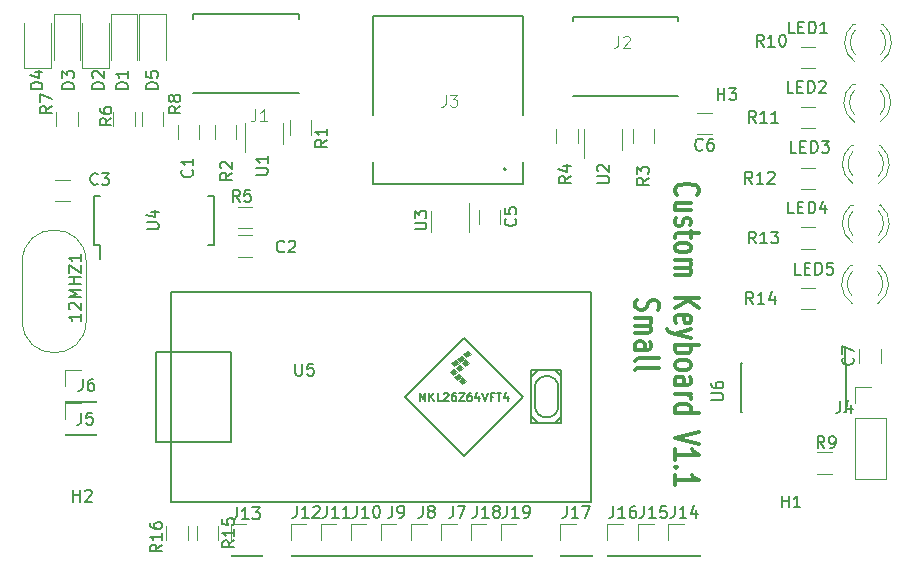
<source format=gto>
G04 #@! TF.GenerationSoftware,KiCad,Pcbnew,(5.1.6)-1*
G04 #@! TF.CreationDate,2021-03-14T20:17:39+01:00*
G04 #@! TF.ProjectId,ErgoDOX,4572676f-444f-4582-9e6b-696361645f70,rev?*
G04 #@! TF.SameCoordinates,Original*
G04 #@! TF.FileFunction,Legend,Top*
G04 #@! TF.FilePolarity,Positive*
%FSLAX46Y46*%
G04 Gerber Fmt 4.6, Leading zero omitted, Abs format (unit mm)*
G04 Created by KiCad (PCBNEW (5.1.6)-1) date 2021-03-14 20:17:39*
%MOMM*%
%LPD*%
G01*
G04 APERTURE LIST*
%ADD10C,0.304800*%
%ADD11C,0.120000*%
%ADD12C,0.150000*%
%ADD13C,0.100000*%
%ADD14C,0.200000*%
%ADD15C,0.015000*%
G04 APERTURE END LIST*
D10*
X115809485Y-45778057D02*
X115712723Y-45705485D01*
X115615961Y-45487771D01*
X115615961Y-45342628D01*
X115712723Y-45124914D01*
X115906247Y-44979771D01*
X116099771Y-44907200D01*
X116486819Y-44834628D01*
X116777104Y-44834628D01*
X117164152Y-44907200D01*
X117357676Y-44979771D01*
X117551200Y-45124914D01*
X117647961Y-45342628D01*
X117647961Y-45487771D01*
X117551200Y-45705485D01*
X117454438Y-45778057D01*
X116970628Y-47084342D02*
X115615961Y-47084342D01*
X116970628Y-46431200D02*
X115906247Y-46431200D01*
X115712723Y-46503771D01*
X115615961Y-46648914D01*
X115615961Y-46866628D01*
X115712723Y-47011771D01*
X115809485Y-47084342D01*
X115712723Y-47737485D02*
X115615961Y-47882628D01*
X115615961Y-48172914D01*
X115712723Y-48318057D01*
X115906247Y-48390628D01*
X116003009Y-48390628D01*
X116196533Y-48318057D01*
X116293295Y-48172914D01*
X116293295Y-47955200D01*
X116390057Y-47810057D01*
X116583580Y-47737485D01*
X116680342Y-47737485D01*
X116873866Y-47810057D01*
X116970628Y-47955200D01*
X116970628Y-48172914D01*
X116873866Y-48318057D01*
X116970628Y-48826057D02*
X116970628Y-49406628D01*
X117647961Y-49043771D02*
X115906247Y-49043771D01*
X115712723Y-49116342D01*
X115615961Y-49261485D01*
X115615961Y-49406628D01*
X115615961Y-50132342D02*
X115712723Y-49987200D01*
X115809485Y-49914628D01*
X116003009Y-49842057D01*
X116583580Y-49842057D01*
X116777104Y-49914628D01*
X116873866Y-49987200D01*
X116970628Y-50132342D01*
X116970628Y-50350057D01*
X116873866Y-50495200D01*
X116777104Y-50567771D01*
X116583580Y-50640342D01*
X116003009Y-50640342D01*
X115809485Y-50567771D01*
X115712723Y-50495200D01*
X115615961Y-50350057D01*
X115615961Y-50132342D01*
X115615961Y-51293485D02*
X116970628Y-51293485D01*
X116777104Y-51293485D02*
X116873866Y-51366057D01*
X116970628Y-51511200D01*
X116970628Y-51728914D01*
X116873866Y-51874057D01*
X116680342Y-51946628D01*
X115615961Y-51946628D01*
X116680342Y-51946628D02*
X116873866Y-52019200D01*
X116970628Y-52164342D01*
X116970628Y-52382057D01*
X116873866Y-52527200D01*
X116680342Y-52599771D01*
X115615961Y-52599771D01*
X115615961Y-54486628D02*
X117647961Y-54486628D01*
X115615961Y-55357485D02*
X116777104Y-54704342D01*
X117647961Y-55357485D02*
X116486819Y-54486628D01*
X115712723Y-56591200D02*
X115615961Y-56446057D01*
X115615961Y-56155771D01*
X115712723Y-56010628D01*
X115906247Y-55938057D01*
X116680342Y-55938057D01*
X116873866Y-56010628D01*
X116970628Y-56155771D01*
X116970628Y-56446057D01*
X116873866Y-56591200D01*
X116680342Y-56663771D01*
X116486819Y-56663771D01*
X116293295Y-55938057D01*
X116970628Y-57171771D02*
X115615961Y-57534628D01*
X116970628Y-57897485D02*
X115615961Y-57534628D01*
X115132152Y-57389485D01*
X115035390Y-57316914D01*
X114938628Y-57171771D01*
X115615961Y-58478057D02*
X117647961Y-58478057D01*
X116873866Y-58478057D02*
X116970628Y-58623200D01*
X116970628Y-58913485D01*
X116873866Y-59058628D01*
X116777104Y-59131200D01*
X116583580Y-59203771D01*
X116003009Y-59203771D01*
X115809485Y-59131200D01*
X115712723Y-59058628D01*
X115615961Y-58913485D01*
X115615961Y-58623200D01*
X115712723Y-58478057D01*
X115615961Y-60074628D02*
X115712723Y-59929485D01*
X115809485Y-59856914D01*
X116003009Y-59784342D01*
X116583580Y-59784342D01*
X116777104Y-59856914D01*
X116873866Y-59929485D01*
X116970628Y-60074628D01*
X116970628Y-60292342D01*
X116873866Y-60437485D01*
X116777104Y-60510057D01*
X116583580Y-60582628D01*
X116003009Y-60582628D01*
X115809485Y-60510057D01*
X115712723Y-60437485D01*
X115615961Y-60292342D01*
X115615961Y-60074628D01*
X115615961Y-61888914D02*
X116680342Y-61888914D01*
X116873866Y-61816342D01*
X116970628Y-61671200D01*
X116970628Y-61380914D01*
X116873866Y-61235771D01*
X115712723Y-61888914D02*
X115615961Y-61743771D01*
X115615961Y-61380914D01*
X115712723Y-61235771D01*
X115906247Y-61163200D01*
X116099771Y-61163200D01*
X116293295Y-61235771D01*
X116390057Y-61380914D01*
X116390057Y-61743771D01*
X116486819Y-61888914D01*
X115615961Y-62614628D02*
X116970628Y-62614628D01*
X116583580Y-62614628D02*
X116777104Y-62687200D01*
X116873866Y-62759771D01*
X116970628Y-62904914D01*
X116970628Y-63050057D01*
X115615961Y-64211200D02*
X117647961Y-64211200D01*
X115712723Y-64211200D02*
X115615961Y-64066057D01*
X115615961Y-63775771D01*
X115712723Y-63630628D01*
X115809485Y-63558057D01*
X116003009Y-63485485D01*
X116583580Y-63485485D01*
X116777104Y-63558057D01*
X116873866Y-63630628D01*
X116970628Y-63775771D01*
X116970628Y-64066057D01*
X116873866Y-64211200D01*
X117647961Y-65880342D02*
X115615961Y-66388342D01*
X117647961Y-66896342D01*
X115615961Y-68202628D02*
X115615961Y-67331771D01*
X115615961Y-67767200D02*
X117647961Y-67767200D01*
X117357676Y-67622057D01*
X117164152Y-67476914D01*
X117067390Y-67331771D01*
X115809485Y-68855771D02*
X115712723Y-68928342D01*
X115615961Y-68855771D01*
X115712723Y-68783200D01*
X115809485Y-68855771D01*
X115615961Y-68855771D01*
X115615961Y-70379771D02*
X115615961Y-69508914D01*
X115615961Y-69944342D02*
X117647961Y-69944342D01*
X117357676Y-69799200D01*
X117164152Y-69654057D01*
X117067390Y-69508914D01*
X112359923Y-54668057D02*
X112263161Y-54885771D01*
X112263161Y-55248628D01*
X112359923Y-55393771D01*
X112456685Y-55466342D01*
X112650209Y-55538914D01*
X112843733Y-55538914D01*
X113037257Y-55466342D01*
X113134019Y-55393771D01*
X113230780Y-55248628D01*
X113327542Y-54958342D01*
X113424304Y-54813200D01*
X113521066Y-54740628D01*
X113714590Y-54668057D01*
X113908114Y-54668057D01*
X114101638Y-54740628D01*
X114198400Y-54813200D01*
X114295161Y-54958342D01*
X114295161Y-55321200D01*
X114198400Y-55538914D01*
X112263161Y-56192057D02*
X113617828Y-56192057D01*
X113424304Y-56192057D02*
X113521066Y-56264628D01*
X113617828Y-56409771D01*
X113617828Y-56627485D01*
X113521066Y-56772628D01*
X113327542Y-56845200D01*
X112263161Y-56845200D01*
X113327542Y-56845200D02*
X113521066Y-56917771D01*
X113617828Y-57062914D01*
X113617828Y-57280628D01*
X113521066Y-57425771D01*
X113327542Y-57498342D01*
X112263161Y-57498342D01*
X112263161Y-58877200D02*
X113327542Y-58877200D01*
X113521066Y-58804628D01*
X113617828Y-58659485D01*
X113617828Y-58369200D01*
X113521066Y-58224057D01*
X112359923Y-58877200D02*
X112263161Y-58732057D01*
X112263161Y-58369200D01*
X112359923Y-58224057D01*
X112553447Y-58151485D01*
X112746971Y-58151485D01*
X112940495Y-58224057D01*
X113037257Y-58369200D01*
X113037257Y-58732057D01*
X113134019Y-58877200D01*
X112263161Y-59820628D02*
X112359923Y-59675485D01*
X112553447Y-59602914D01*
X114295161Y-59602914D01*
X112263161Y-60618914D02*
X112359923Y-60473771D01*
X112553447Y-60401200D01*
X114295161Y-60401200D01*
D11*
X72520280Y-73817525D02*
X72520280Y-75021653D01*
X74340280Y-73817525D02*
X74340280Y-75021653D01*
X75111080Y-73795125D02*
X75111080Y-74999253D01*
X76931080Y-73795125D02*
X76931080Y-74999253D01*
X98130000Y-48906000D02*
X98130000Y-46456000D01*
X94910000Y-47106000D02*
X94910000Y-48906000D01*
X73512000Y-41051564D02*
X73512000Y-39847436D01*
X75332000Y-41051564D02*
X75332000Y-39847436D01*
D12*
X66902175Y-50058866D02*
X66902175Y-51183866D01*
X76582175Y-50058866D02*
X76582175Y-45908866D01*
X66422175Y-50058866D02*
X66422175Y-45908866D01*
X76582175Y-50058866D02*
X76102175Y-50058866D01*
X76582175Y-45908866D02*
X76102175Y-45908866D01*
X66422175Y-45908866D02*
X66902175Y-45908866D01*
X66422175Y-50058866D02*
X66902175Y-50058866D01*
D11*
X63948000Y-60646000D02*
X65278000Y-60646000D01*
X63948000Y-61976000D02*
X63948000Y-60646000D01*
X63948000Y-63246000D02*
X66608000Y-63246000D01*
X66608000Y-63246000D02*
X66608000Y-63306000D01*
X63948000Y-63246000D02*
X63948000Y-63306000D01*
X63948000Y-63306000D02*
X66608000Y-63306000D01*
D13*
G36*
X97817500Y-60286000D02*
G01*
X97563500Y-60032000D01*
X97944500Y-59778000D01*
X98198500Y-60032000D01*
X97817500Y-60286000D01*
G37*
X97817500Y-60286000D02*
X97563500Y-60032000D01*
X97944500Y-59778000D01*
X98198500Y-60032000D01*
X97817500Y-60286000D01*
G36*
X96801500Y-61048000D02*
G01*
X96547500Y-60794000D01*
X96928500Y-60540000D01*
X97182500Y-60794000D01*
X96801500Y-61048000D01*
G37*
X96801500Y-61048000D02*
X96547500Y-60794000D01*
X96928500Y-60540000D01*
X97182500Y-60794000D01*
X96801500Y-61048000D01*
G36*
X97563500Y-61810000D02*
G01*
X97309500Y-61556000D01*
X97690500Y-61302000D01*
X97944500Y-61556000D01*
X97563500Y-61810000D01*
G37*
X97563500Y-61810000D02*
X97309500Y-61556000D01*
X97690500Y-61302000D01*
X97944500Y-61556000D01*
X97563500Y-61810000D01*
G36*
X97436500Y-59905000D02*
G01*
X97182500Y-59651000D01*
X97563500Y-59397000D01*
X97817500Y-59651000D01*
X97436500Y-59905000D01*
G37*
X97436500Y-59905000D02*
X97182500Y-59651000D01*
X97563500Y-59397000D01*
X97817500Y-59651000D01*
X97436500Y-59905000D01*
G36*
X97182500Y-61429000D02*
G01*
X96928500Y-61175000D01*
X97309500Y-60921000D01*
X97563500Y-61175000D01*
X97182500Y-61429000D01*
G37*
X97182500Y-61429000D02*
X96928500Y-61175000D01*
X97309500Y-60921000D01*
X97563500Y-61175000D01*
X97182500Y-61429000D01*
G36*
X97944500Y-59524000D02*
G01*
X97690500Y-59270000D01*
X98071500Y-59016000D01*
X98325500Y-59270000D01*
X97944500Y-59524000D01*
G37*
X97944500Y-59524000D02*
X97690500Y-59270000D01*
X98071500Y-59016000D01*
X98325500Y-59270000D01*
X97944500Y-59524000D01*
G36*
X97309500Y-60667000D02*
G01*
X97055500Y-60413000D01*
X97436500Y-60159000D01*
X97690500Y-60413000D01*
X97309500Y-60667000D01*
G37*
X97309500Y-60667000D02*
X97055500Y-60413000D01*
X97436500Y-60159000D01*
X97690500Y-60413000D01*
X97309500Y-60667000D01*
G36*
X96928500Y-60286000D02*
G01*
X96674500Y-60032000D01*
X97055500Y-59778000D01*
X97309500Y-60032000D01*
X96928500Y-60286000D01*
G37*
X96928500Y-60286000D02*
X96674500Y-60032000D01*
X97055500Y-59778000D01*
X97309500Y-60032000D01*
X96928500Y-60286000D01*
D12*
X72961500Y-71755000D02*
X72961500Y-53975000D01*
X108521500Y-71755000D02*
X72961500Y-71755000D01*
X108521500Y-53975000D02*
X108521500Y-71755000D01*
X72961500Y-53975000D02*
X108521500Y-53975000D01*
X103441500Y-60615000D02*
X105981500Y-60615000D01*
X103441500Y-65115000D02*
X103441500Y-60615000D01*
X105981500Y-65115000D02*
X103441500Y-65115000D01*
X105991500Y-60615000D02*
X105981500Y-65115000D01*
X78041500Y-66675000D02*
X72961500Y-66675000D01*
X78041500Y-59055000D02*
X72961500Y-59055000D01*
X78041500Y-66675000D02*
X78041500Y-59055000D01*
X71691500Y-59055000D02*
X72961500Y-59055000D01*
X71691500Y-66675000D02*
X71691500Y-59055000D01*
X72961500Y-66675000D02*
X71691500Y-66675000D01*
X102741500Y-62865000D02*
X97741500Y-57865000D01*
X97741500Y-57865000D02*
X92741500Y-62865000D01*
X92741500Y-62865000D02*
X97741500Y-67865000D01*
X97741500Y-67865000D02*
X102741500Y-62865000D01*
X103741500Y-62115000D02*
X103741500Y-63615000D01*
X105741500Y-63615000D02*
X105741500Y-62115000D01*
X105991500Y-61115000D02*
X105491500Y-60615000D01*
X105491500Y-60615000D02*
X103991500Y-60615000D01*
X103491500Y-61115000D02*
X103991500Y-60615000D01*
X105991500Y-64615000D02*
X105491500Y-65115000D01*
X103441500Y-65115000D02*
X103991500Y-65115000D01*
X103991500Y-65115000D02*
X103491500Y-64615000D01*
X103741500Y-62115000D02*
G75*
G02*
X105741500Y-62115000I1000000J0D01*
G01*
X105741500Y-63615000D02*
G75*
G02*
X103741500Y-63615000I-1000000J0D01*
G01*
D11*
X64353064Y-44492500D02*
X63148936Y-44492500D01*
X64353064Y-46312500D02*
X63148936Y-46312500D01*
X100795500Y-48230064D02*
X100795500Y-47025936D01*
X98975500Y-48230064D02*
X98975500Y-47025936D01*
X118712064Y-40661000D02*
X117507936Y-40661000D01*
X118712064Y-38841000D02*
X117507936Y-38841000D01*
X133040800Y-59999964D02*
X133040800Y-58795836D01*
X131220800Y-59999964D02*
X131220800Y-58795836D01*
X95825000Y-73663500D02*
X97155000Y-73663500D01*
X95825000Y-74993500D02*
X95825000Y-73663500D01*
X95825000Y-76263500D02*
X98485000Y-76263500D01*
X98485000Y-76263500D02*
X98485000Y-76323500D01*
X95825000Y-76263500D02*
X95825000Y-76323500D01*
X95825000Y-76323500D02*
X98485000Y-76323500D01*
X93259600Y-76323500D02*
X95919600Y-76323500D01*
X93259600Y-76263500D02*
X93259600Y-76323500D01*
X95919600Y-76263500D02*
X95919600Y-76323500D01*
X93259600Y-76263500D02*
X95919600Y-76263500D01*
X93259600Y-74993500D02*
X93259600Y-73663500D01*
X93259600Y-73663500D02*
X94589600Y-73663500D01*
X90681500Y-73663500D02*
X92011500Y-73663500D01*
X90681500Y-74993500D02*
X90681500Y-73663500D01*
X90681500Y-76263500D02*
X93341500Y-76263500D01*
X93341500Y-76263500D02*
X93341500Y-76323500D01*
X90681500Y-76263500D02*
X90681500Y-76323500D01*
X90681500Y-76323500D02*
X93341500Y-76323500D01*
X100841500Y-76323500D02*
X103501500Y-76323500D01*
X100841500Y-76263500D02*
X100841500Y-76323500D01*
X103501500Y-76263500D02*
X103501500Y-76323500D01*
X100841500Y-76263500D02*
X103501500Y-76263500D01*
X100841500Y-74993500D02*
X100841500Y-73663500D01*
X100841500Y-73663500D02*
X102171500Y-73663500D01*
X85601500Y-73663500D02*
X86931500Y-73663500D01*
X85601500Y-74993500D02*
X85601500Y-73663500D01*
X85601500Y-76263500D02*
X88261500Y-76263500D01*
X88261500Y-76263500D02*
X88261500Y-76323500D01*
X85601500Y-76263500D02*
X85601500Y-76323500D01*
X85601500Y-76323500D02*
X88261500Y-76323500D01*
X83061500Y-76330000D02*
X85721500Y-76330000D01*
X83061500Y-76270000D02*
X83061500Y-76330000D01*
X85721500Y-76270000D02*
X85721500Y-76330000D01*
X83061500Y-76270000D02*
X85721500Y-76270000D01*
X83061500Y-75000000D02*
X83061500Y-73670000D01*
X83061500Y-73670000D02*
X84391500Y-73670000D01*
X77981500Y-73670000D02*
X79311500Y-73670000D01*
X77981500Y-75000000D02*
X77981500Y-73670000D01*
X77981500Y-76270000D02*
X80641500Y-76270000D01*
X80641500Y-76270000D02*
X80641500Y-76330000D01*
X77981500Y-76270000D02*
X77981500Y-76330000D01*
X77981500Y-76330000D02*
X80641500Y-76330000D01*
X115052800Y-76330000D02*
X117712800Y-76330000D01*
X115052800Y-76270000D02*
X115052800Y-76330000D01*
X117712800Y-76270000D02*
X117712800Y-76330000D01*
X115052800Y-76270000D02*
X117712800Y-76270000D01*
X115052800Y-75000000D02*
X115052800Y-73670000D01*
X115052800Y-73670000D02*
X116382800Y-73670000D01*
X112462000Y-73670000D02*
X113792000Y-73670000D01*
X112462000Y-75000000D02*
X112462000Y-73670000D01*
X112462000Y-76270000D02*
X115122000Y-76270000D01*
X115122000Y-76270000D02*
X115122000Y-76330000D01*
X112462000Y-76270000D02*
X112462000Y-76330000D01*
X112462000Y-76330000D02*
X115122000Y-76330000D01*
X109871200Y-76330000D02*
X112531200Y-76330000D01*
X109871200Y-76270000D02*
X109871200Y-76330000D01*
X112531200Y-76270000D02*
X112531200Y-76330000D01*
X109871200Y-76270000D02*
X112531200Y-76270000D01*
X109871200Y-75000000D02*
X109871200Y-73670000D01*
X109871200Y-73670000D02*
X111201200Y-73670000D01*
X105908800Y-73670000D02*
X107238800Y-73670000D01*
X105908800Y-75000000D02*
X105908800Y-73670000D01*
X105908800Y-76270000D02*
X108568800Y-76270000D01*
X108568800Y-76270000D02*
X108568800Y-76330000D01*
X105908800Y-76270000D02*
X105908800Y-76330000D01*
X105908800Y-76330000D02*
X108568800Y-76330000D01*
X98301500Y-76323500D02*
X100961500Y-76323500D01*
X98301500Y-76263500D02*
X98301500Y-76323500D01*
X100961500Y-76263500D02*
X100961500Y-76323500D01*
X98301500Y-76263500D02*
X100961500Y-76263500D01*
X98301500Y-74993500D02*
X98301500Y-73663500D01*
X98301500Y-73663500D02*
X99631500Y-73663500D01*
X88141500Y-73663500D02*
X89471500Y-73663500D01*
X88141500Y-74993500D02*
X88141500Y-73663500D01*
X88141500Y-76263500D02*
X90801500Y-76263500D01*
X90801500Y-76263500D02*
X90801500Y-76323500D01*
X88141500Y-76263500D02*
X88141500Y-76323500D01*
X88141500Y-76323500D02*
X90801500Y-76323500D01*
D14*
X115904800Y-37376400D02*
X106954800Y-37376400D01*
X115904800Y-31066400D02*
X115904800Y-30716400D01*
X115904800Y-30716400D02*
X106954800Y-30716400D01*
X106954800Y-30716400D02*
X106954800Y-31066400D01*
D11*
X63948000Y-66100000D02*
X66608000Y-66100000D01*
X63948000Y-66040000D02*
X63948000Y-66100000D01*
X66608000Y-66040000D02*
X66608000Y-66100000D01*
X63948000Y-66040000D02*
X66608000Y-66040000D01*
X63948000Y-64770000D02*
X63948000Y-63440000D01*
X63948000Y-63440000D02*
X65278000Y-63440000D01*
X78582436Y-51011500D02*
X79786564Y-51011500D01*
X78582436Y-49191500D02*
X79786564Y-49191500D01*
X130851600Y-62081100D02*
X132181600Y-62081100D01*
X130851600Y-63411100D02*
X130851600Y-62081100D01*
X130851600Y-64681100D02*
X133511600Y-64681100D01*
X133511600Y-64681100D02*
X133511600Y-69821100D01*
X130851600Y-64681100D02*
X130851600Y-69821100D01*
X130851600Y-69821100D02*
X133511600Y-69821100D01*
X65755500Y-56451500D02*
X65755500Y-51451500D01*
X60355500Y-56451500D02*
X60355500Y-51451500D01*
X65755500Y-56451500D02*
G75*
G02*
X60355500Y-56451500I-2700000J0D01*
G01*
X65755500Y-51451500D02*
G75*
G03*
X60355500Y-51451500I-2700000J0D01*
G01*
X67830541Y-30503094D02*
X67830541Y-34388094D01*
X70100541Y-30503094D02*
X67830541Y-30503094D01*
X70100541Y-34388094D02*
X70100541Y-30503094D01*
X65417541Y-31188094D02*
X65417541Y-35073094D01*
X65417541Y-35073094D02*
X67687541Y-35073094D01*
X67687541Y-35073094D02*
X67687541Y-31188094D01*
X63004541Y-30503094D02*
X63004541Y-34388094D01*
X65274541Y-30503094D02*
X63004541Y-30503094D01*
X65274541Y-34388094D02*
X65274541Y-30503094D01*
X60528041Y-31188094D02*
X60528041Y-35073094D01*
X60528041Y-35073094D02*
X62798041Y-35073094D01*
X62798041Y-35073094D02*
X62798041Y-31188094D01*
X70239000Y-30481000D02*
X70239000Y-34366000D01*
X72509000Y-30481000D02*
X70239000Y-30481000D01*
X72509000Y-34366000D02*
X72509000Y-30481000D01*
X130682500Y-46612737D02*
X130526500Y-46612737D01*
X132998500Y-46612737D02*
X132842500Y-46612737D01*
X132841108Y-49845072D02*
G75*
G03*
X132998016Y-46612737I-1078608J1672335D01*
G01*
X130683892Y-49845072D02*
G75*
G02*
X130526984Y-46612737I1078608J1672335D01*
G01*
X132842337Y-49213867D02*
G75*
G03*
X132842500Y-47131776I-1079837J1041130D01*
G01*
X130682663Y-49213867D02*
G75*
G02*
X130682500Y-47131776I1079837J1041130D01*
G01*
X133189000Y-31309237D02*
X133033000Y-31309237D01*
X130873000Y-31309237D02*
X130717000Y-31309237D01*
X130873163Y-33910367D02*
G75*
G02*
X130873000Y-31828276I1079837J1041130D01*
G01*
X133032837Y-33910367D02*
G75*
G03*
X133033000Y-31828276I-1079837J1041130D01*
G01*
X130874392Y-34541572D02*
G75*
G02*
X130717484Y-31309237I1078608J1672335D01*
G01*
X133031608Y-34541572D02*
G75*
G03*
X133188516Y-31309237I-1078608J1672335D01*
G01*
X130682500Y-41596237D02*
X130526500Y-41596237D01*
X132998500Y-41596237D02*
X132842500Y-41596237D01*
X132841108Y-44828572D02*
G75*
G03*
X132998016Y-41596237I-1078608J1672335D01*
G01*
X130683892Y-44828572D02*
G75*
G02*
X130526984Y-41596237I1078608J1672335D01*
G01*
X132842337Y-44197367D02*
G75*
G03*
X132842500Y-42115276I-1079837J1041130D01*
G01*
X130682663Y-44197367D02*
G75*
G02*
X130682500Y-42115276I1079837J1041130D01*
G01*
X132935000Y-51756237D02*
X132779000Y-51756237D01*
X130619000Y-51756237D02*
X130463000Y-51756237D01*
X130619163Y-54357367D02*
G75*
G02*
X130619000Y-52275276I1079837J1041130D01*
G01*
X132778837Y-54357367D02*
G75*
G03*
X132779000Y-52275276I-1079837J1041130D01*
G01*
X130620392Y-54988572D02*
G75*
G02*
X130463484Y-51756237I1078608J1672335D01*
G01*
X132777608Y-54988572D02*
G75*
G03*
X132934516Y-51756237I-1078608J1672335D01*
G01*
X130809500Y-36389237D02*
X130653500Y-36389237D01*
X133125500Y-36389237D02*
X132969500Y-36389237D01*
X132968108Y-39621572D02*
G75*
G03*
X133125016Y-36389237I-1078608J1672335D01*
G01*
X130810892Y-39621572D02*
G75*
G02*
X130653984Y-36389237I1078608J1672335D01*
G01*
X132969337Y-38990367D02*
G75*
G03*
X132969500Y-36908276I-1079837J1041130D01*
G01*
X130809663Y-38990367D02*
G75*
G02*
X130809500Y-36908276I1079837J1041130D01*
G01*
D12*
X130035114Y-59993455D02*
X130035114Y-58618455D01*
X121160114Y-59993455D02*
X121160114Y-64143455D01*
X130060114Y-59993455D02*
X130060114Y-64143455D01*
X121160114Y-59993455D02*
X121275114Y-59993455D01*
X121160114Y-64143455D02*
X121275114Y-64143455D01*
X130060114Y-64143455D02*
X129945114Y-64143455D01*
X130060114Y-59993455D02*
X130035114Y-59993455D01*
D11*
X79212800Y-39689200D02*
X79212800Y-42139200D01*
X82432800Y-41489200D02*
X82432800Y-39689200D01*
X111134800Y-42022600D02*
X111134800Y-40222600D01*
X107914800Y-40222600D02*
X107914800Y-42672600D01*
X69871000Y-38770936D02*
X69871000Y-39975064D01*
X68051000Y-38770936D02*
X68051000Y-39975064D01*
X82973500Y-39469435D02*
X82973500Y-40673563D01*
X84793500Y-39469435D02*
X84793500Y-40673563D01*
X72284000Y-38767936D02*
X72284000Y-39972064D01*
X70464000Y-38767936D02*
X70464000Y-39972064D01*
X76623500Y-39847436D02*
X76623500Y-41051564D01*
X78443500Y-39847436D02*
X78443500Y-41051564D01*
X113838400Y-40215736D02*
X113838400Y-41419864D01*
X112018400Y-40215736D02*
X112018400Y-41419864D01*
X105566800Y-40215736D02*
X105566800Y-41419864D01*
X107386800Y-40215736D02*
X107386800Y-41419864D01*
X78582436Y-46778500D02*
X79786564Y-46778500D01*
X78582436Y-48598500D02*
X79786564Y-48598500D01*
X63225000Y-38767936D02*
X63225000Y-39972064D01*
X65045000Y-38767936D02*
X65045000Y-39972064D01*
X128872064Y-69401100D02*
X127667936Y-69401100D01*
X128872064Y-67581100D02*
X127667936Y-67581100D01*
X127500464Y-33227600D02*
X126296336Y-33227600D01*
X127500464Y-35047600D02*
X126296336Y-35047600D01*
X127500464Y-40127600D02*
X126296336Y-40127600D01*
X127500464Y-38307600D02*
X126296336Y-38307600D01*
X127472064Y-43489200D02*
X126267936Y-43489200D01*
X127472064Y-45309200D02*
X126267936Y-45309200D01*
X127472064Y-55456500D02*
X126267936Y-55456500D01*
X127472064Y-53636500D02*
X126267936Y-53636500D01*
X127472064Y-48518400D02*
X126267936Y-48518400D01*
X127472064Y-50338400D02*
X126267936Y-50338400D01*
D14*
X101293000Y-43599000D02*
G75*
G03*
X101293000Y-43599000I-100000J0D01*
G01*
X90043000Y-30619000D02*
X90043000Y-39019000D01*
X102743000Y-30619000D02*
X90043000Y-30619000D01*
X102743000Y-39019000D02*
X102743000Y-30619000D01*
X102743000Y-44819000D02*
X102743000Y-43019000D01*
X90043000Y-44819000D02*
X90043000Y-43019000D01*
X102743000Y-44819000D02*
X90043000Y-44819000D01*
X74836500Y-30500500D02*
X74836500Y-30850500D01*
X83786500Y-30500500D02*
X74836500Y-30500500D01*
X83786500Y-30850500D02*
X83786500Y-30500500D01*
X83786500Y-37160500D02*
X74836500Y-37160500D01*
D12*
X72155460Y-75395646D02*
X71679270Y-75728979D01*
X72155460Y-75967074D02*
X71155460Y-75967074D01*
X71155460Y-75586122D01*
X71203080Y-75490884D01*
X71250699Y-75443265D01*
X71345937Y-75395646D01*
X71488794Y-75395646D01*
X71584032Y-75443265D01*
X71631651Y-75490884D01*
X71679270Y-75586122D01*
X71679270Y-75967074D01*
X72155460Y-74443265D02*
X72155460Y-75014693D01*
X72155460Y-74728979D02*
X71155460Y-74728979D01*
X71298318Y-74824217D01*
X71393556Y-74919455D01*
X71441175Y-75014693D01*
X71155460Y-73586122D02*
X71155460Y-73776598D01*
X71203080Y-73871836D01*
X71250699Y-73919455D01*
X71393556Y-74014693D01*
X71584032Y-74062312D01*
X71964984Y-74062312D01*
X72060222Y-74014693D01*
X72107841Y-73967074D01*
X72155460Y-73871836D01*
X72155460Y-73681360D01*
X72107841Y-73586122D01*
X72060222Y-73538503D01*
X71964984Y-73490884D01*
X71726889Y-73490884D01*
X71631651Y-73538503D01*
X71584032Y-73586122D01*
X71536413Y-73681360D01*
X71536413Y-73871836D01*
X71584032Y-73967074D01*
X71631651Y-74014693D01*
X71726889Y-74062312D01*
X78293460Y-75040046D02*
X77817270Y-75373379D01*
X78293460Y-75611474D02*
X77293460Y-75611474D01*
X77293460Y-75230522D01*
X77341080Y-75135284D01*
X77388699Y-75087665D01*
X77483937Y-75040046D01*
X77626794Y-75040046D01*
X77722032Y-75087665D01*
X77769651Y-75135284D01*
X77817270Y-75230522D01*
X77817270Y-75611474D01*
X78293460Y-74087665D02*
X78293460Y-74659093D01*
X78293460Y-74373379D02*
X77293460Y-74373379D01*
X77436318Y-74468617D01*
X77531556Y-74563855D01*
X77579175Y-74659093D01*
X77293460Y-73182903D02*
X77293460Y-73659093D01*
X77769651Y-73706712D01*
X77722032Y-73659093D01*
X77674413Y-73563855D01*
X77674413Y-73325760D01*
X77722032Y-73230522D01*
X77769651Y-73182903D01*
X77864889Y-73135284D01*
X78102984Y-73135284D01*
X78198222Y-73182903D01*
X78245841Y-73230522D01*
X78293460Y-73325760D01*
X78293460Y-73563855D01*
X78245841Y-73659093D01*
X78198222Y-73706712D01*
X93559380Y-48704404D02*
X94368904Y-48704404D01*
X94464142Y-48656785D01*
X94511761Y-48609166D01*
X94559380Y-48513928D01*
X94559380Y-48323452D01*
X94511761Y-48228214D01*
X94464142Y-48180595D01*
X94368904Y-48132976D01*
X93559380Y-48132976D01*
X93559380Y-47752023D02*
X93559380Y-47132976D01*
X93940333Y-47466309D01*
X93940333Y-47323452D01*
X93987952Y-47228214D01*
X94035571Y-47180595D01*
X94130809Y-47132976D01*
X94368904Y-47132976D01*
X94464142Y-47180595D01*
X94511761Y-47228214D01*
X94559380Y-47323452D01*
X94559380Y-47609166D01*
X94511761Y-47704404D01*
X94464142Y-47752023D01*
X74715642Y-43664166D02*
X74763261Y-43711785D01*
X74810880Y-43854642D01*
X74810880Y-43949880D01*
X74763261Y-44092738D01*
X74668023Y-44187976D01*
X74572785Y-44235595D01*
X74382309Y-44283214D01*
X74239452Y-44283214D01*
X74048976Y-44235595D01*
X73953738Y-44187976D01*
X73858500Y-44092738D01*
X73810880Y-43949880D01*
X73810880Y-43854642D01*
X73858500Y-43711785D01*
X73906119Y-43664166D01*
X74810880Y-42711785D02*
X74810880Y-43283214D01*
X74810880Y-42997500D02*
X73810880Y-42997500D01*
X73953738Y-43092738D01*
X74048976Y-43187976D01*
X74096595Y-43283214D01*
X70891055Y-48682270D02*
X71700579Y-48682270D01*
X71795817Y-48634651D01*
X71843436Y-48587032D01*
X71891055Y-48491794D01*
X71891055Y-48301318D01*
X71843436Y-48206080D01*
X71795817Y-48158461D01*
X71700579Y-48110842D01*
X70891055Y-48110842D01*
X71224389Y-47206080D02*
X71891055Y-47206080D01*
X70843436Y-47444175D02*
X71557722Y-47682270D01*
X71557722Y-47063223D01*
X64668495Y-71741180D02*
X64668495Y-70741180D01*
X64668495Y-71217371D02*
X65239923Y-71217371D01*
X65239923Y-71741180D02*
X65239923Y-70741180D01*
X65668495Y-70836419D02*
X65716114Y-70788800D01*
X65811352Y-70741180D01*
X66049447Y-70741180D01*
X66144685Y-70788800D01*
X66192304Y-70836419D01*
X66239923Y-70931657D01*
X66239923Y-71026895D01*
X66192304Y-71169752D01*
X65620876Y-71741180D01*
X66239923Y-71741180D01*
X119227695Y-37739580D02*
X119227695Y-36739580D01*
X119227695Y-37215771D02*
X119799123Y-37215771D01*
X119799123Y-37739580D02*
X119799123Y-36739580D01*
X120180076Y-36739580D02*
X120799123Y-36739580D01*
X120465790Y-37120533D01*
X120608647Y-37120533D01*
X120703885Y-37168152D01*
X120751504Y-37215771D01*
X120799123Y-37311009D01*
X120799123Y-37549104D01*
X120751504Y-37644342D01*
X120703885Y-37691961D01*
X120608647Y-37739580D01*
X120322933Y-37739580D01*
X120227695Y-37691961D01*
X120180076Y-37644342D01*
X124663295Y-72242780D02*
X124663295Y-71242780D01*
X124663295Y-71718971D02*
X125234723Y-71718971D01*
X125234723Y-72242780D02*
X125234723Y-71242780D01*
X126234723Y-72242780D02*
X125663295Y-72242780D01*
X125949009Y-72242780D02*
X125949009Y-71242780D01*
X125853771Y-71385638D01*
X125758533Y-71480876D01*
X125663295Y-71528495D01*
X65452666Y-61364880D02*
X65452666Y-62079166D01*
X65405047Y-62222023D01*
X65309809Y-62317261D01*
X65166952Y-62364880D01*
X65071714Y-62364880D01*
X66357428Y-61364880D02*
X66166952Y-61364880D01*
X66071714Y-61412500D01*
X66024095Y-61460119D01*
X65928857Y-61602976D01*
X65881238Y-61793452D01*
X65881238Y-62174404D01*
X65928857Y-62269642D01*
X65976476Y-62317261D01*
X66071714Y-62364880D01*
X66262190Y-62364880D01*
X66357428Y-62317261D01*
X66405047Y-62269642D01*
X66452666Y-62174404D01*
X66452666Y-61936309D01*
X66405047Y-61841071D01*
X66357428Y-61793452D01*
X66262190Y-61745833D01*
X66071714Y-61745833D01*
X65976476Y-61793452D01*
X65928857Y-61841071D01*
X65881238Y-61936309D01*
X83464495Y-60082180D02*
X83464495Y-60891704D01*
X83512114Y-60986942D01*
X83559733Y-61034561D01*
X83654971Y-61082180D01*
X83845447Y-61082180D01*
X83940685Y-61034561D01*
X83988304Y-60986942D01*
X84035923Y-60891704D01*
X84035923Y-60082180D01*
X84988304Y-60082180D02*
X84512114Y-60082180D01*
X84464495Y-60558371D01*
X84512114Y-60510752D01*
X84607352Y-60463133D01*
X84845447Y-60463133D01*
X84940685Y-60510752D01*
X84988304Y-60558371D01*
X85035923Y-60653609D01*
X85035923Y-60891704D01*
X84988304Y-60986942D01*
X84940685Y-61034561D01*
X84845447Y-61082180D01*
X84607352Y-61082180D01*
X84512114Y-61034561D01*
X84464495Y-60986942D01*
X94008166Y-63241666D02*
X94008166Y-62541666D01*
X94241500Y-63041666D01*
X94474833Y-62541666D01*
X94474833Y-63241666D01*
X94808166Y-63241666D02*
X94808166Y-62541666D01*
X95208166Y-63241666D02*
X94908166Y-62841666D01*
X95208166Y-62541666D02*
X94808166Y-62941666D01*
X95841500Y-63241666D02*
X95508166Y-63241666D01*
X95508166Y-62541666D01*
X96041500Y-62608333D02*
X96074833Y-62575000D01*
X96141500Y-62541666D01*
X96308166Y-62541666D01*
X96374833Y-62575000D01*
X96408166Y-62608333D01*
X96441500Y-62675000D01*
X96441500Y-62741666D01*
X96408166Y-62841666D01*
X96008166Y-63241666D01*
X96441500Y-63241666D01*
X97041500Y-62541666D02*
X96908166Y-62541666D01*
X96841500Y-62575000D01*
X96808166Y-62608333D01*
X96741500Y-62708333D01*
X96708166Y-62841666D01*
X96708166Y-63108333D01*
X96741500Y-63175000D01*
X96774833Y-63208333D01*
X96841500Y-63241666D01*
X96974833Y-63241666D01*
X97041500Y-63208333D01*
X97074833Y-63175000D01*
X97108166Y-63108333D01*
X97108166Y-62941666D01*
X97074833Y-62875000D01*
X97041500Y-62841666D01*
X96974833Y-62808333D01*
X96841500Y-62808333D01*
X96774833Y-62841666D01*
X96741500Y-62875000D01*
X96708166Y-62941666D01*
X97341500Y-62541666D02*
X97808166Y-62541666D01*
X97341500Y-63241666D01*
X97808166Y-63241666D01*
X98374833Y-62541666D02*
X98241500Y-62541666D01*
X98174833Y-62575000D01*
X98141500Y-62608333D01*
X98074833Y-62708333D01*
X98041500Y-62841666D01*
X98041500Y-63108333D01*
X98074833Y-63175000D01*
X98108166Y-63208333D01*
X98174833Y-63241666D01*
X98308166Y-63241666D01*
X98374833Y-63208333D01*
X98408166Y-63175000D01*
X98441500Y-63108333D01*
X98441500Y-62941666D01*
X98408166Y-62875000D01*
X98374833Y-62841666D01*
X98308166Y-62808333D01*
X98174833Y-62808333D01*
X98108166Y-62841666D01*
X98074833Y-62875000D01*
X98041500Y-62941666D01*
X99041500Y-62775000D02*
X99041500Y-63241666D01*
X98874833Y-62508333D02*
X98708166Y-63008333D01*
X99141500Y-63008333D01*
X99308166Y-62541666D02*
X99541500Y-63241666D01*
X99774833Y-62541666D01*
X100241500Y-62875000D02*
X100008166Y-62875000D01*
X100008166Y-63241666D02*
X100008166Y-62541666D01*
X100341500Y-62541666D01*
X100508166Y-62541666D02*
X100908166Y-62541666D01*
X100708166Y-63241666D02*
X100708166Y-62541666D01*
X101441500Y-62775000D02*
X101441500Y-63241666D01*
X101274833Y-62508333D02*
X101108166Y-63008333D01*
X101541500Y-63008333D01*
X66733933Y-44845242D02*
X66686314Y-44892861D01*
X66543457Y-44940480D01*
X66448219Y-44940480D01*
X66305361Y-44892861D01*
X66210123Y-44797623D01*
X66162504Y-44702385D01*
X66114885Y-44511909D01*
X66114885Y-44369052D01*
X66162504Y-44178576D01*
X66210123Y-44083338D01*
X66305361Y-43988100D01*
X66448219Y-43940480D01*
X66543457Y-43940480D01*
X66686314Y-43988100D01*
X66733933Y-44035719D01*
X67067266Y-43940480D02*
X67686314Y-43940480D01*
X67352980Y-44321433D01*
X67495838Y-44321433D01*
X67591076Y-44369052D01*
X67638695Y-44416671D01*
X67686314Y-44511909D01*
X67686314Y-44750004D01*
X67638695Y-44845242D01*
X67591076Y-44892861D01*
X67495838Y-44940480D01*
X67210123Y-44940480D01*
X67114885Y-44892861D01*
X67067266Y-44845242D01*
X102084142Y-47791666D02*
X102131761Y-47839285D01*
X102179380Y-47982142D01*
X102179380Y-48077380D01*
X102131761Y-48220238D01*
X102036523Y-48315476D01*
X101941285Y-48363095D01*
X101750809Y-48410714D01*
X101607952Y-48410714D01*
X101417476Y-48363095D01*
X101322238Y-48315476D01*
X101227000Y-48220238D01*
X101179380Y-48077380D01*
X101179380Y-47982142D01*
X101227000Y-47839285D01*
X101274619Y-47791666D01*
X101179380Y-46886904D02*
X101179380Y-47363095D01*
X101655571Y-47410714D01*
X101607952Y-47363095D01*
X101560333Y-47267857D01*
X101560333Y-47029761D01*
X101607952Y-46934523D01*
X101655571Y-46886904D01*
X101750809Y-46839285D01*
X101988904Y-46839285D01*
X102084142Y-46886904D01*
X102131761Y-46934523D01*
X102179380Y-47029761D01*
X102179380Y-47267857D01*
X102131761Y-47363095D01*
X102084142Y-47410714D01*
X117943333Y-41928142D02*
X117895714Y-41975761D01*
X117752857Y-42023380D01*
X117657619Y-42023380D01*
X117514761Y-41975761D01*
X117419523Y-41880523D01*
X117371904Y-41785285D01*
X117324285Y-41594809D01*
X117324285Y-41451952D01*
X117371904Y-41261476D01*
X117419523Y-41166238D01*
X117514761Y-41071000D01*
X117657619Y-41023380D01*
X117752857Y-41023380D01*
X117895714Y-41071000D01*
X117943333Y-41118619D01*
X118800476Y-41023380D02*
X118610000Y-41023380D01*
X118514761Y-41071000D01*
X118467142Y-41118619D01*
X118371904Y-41261476D01*
X118324285Y-41451952D01*
X118324285Y-41832904D01*
X118371904Y-41928142D01*
X118419523Y-41975761D01*
X118514761Y-42023380D01*
X118705238Y-42023380D01*
X118800476Y-41975761D01*
X118848095Y-41928142D01*
X118895714Y-41832904D01*
X118895714Y-41594809D01*
X118848095Y-41499571D01*
X118800476Y-41451952D01*
X118705238Y-41404333D01*
X118514761Y-41404333D01*
X118419523Y-41451952D01*
X118371904Y-41499571D01*
X118324285Y-41594809D01*
X130667942Y-59564566D02*
X130715561Y-59612185D01*
X130763180Y-59755042D01*
X130763180Y-59850280D01*
X130715561Y-59993138D01*
X130620323Y-60088376D01*
X130525085Y-60135995D01*
X130334609Y-60183614D01*
X130191752Y-60183614D01*
X130001276Y-60135995D01*
X129906038Y-60088376D01*
X129810800Y-59993138D01*
X129763180Y-59850280D01*
X129763180Y-59755042D01*
X129810800Y-59612185D01*
X129858419Y-59564566D01*
X129763180Y-59231233D02*
X129763180Y-58564566D01*
X130763180Y-58993138D01*
X96821666Y-72115880D02*
X96821666Y-72830166D01*
X96774047Y-72973023D01*
X96678809Y-73068261D01*
X96535952Y-73115880D01*
X96440714Y-73115880D01*
X97202619Y-72115880D02*
X97869285Y-72115880D01*
X97440714Y-73115880D01*
X94256266Y-72115880D02*
X94256266Y-72830166D01*
X94208647Y-72973023D01*
X94113409Y-73068261D01*
X93970552Y-73115880D01*
X93875314Y-73115880D01*
X94875314Y-72544452D02*
X94780076Y-72496833D01*
X94732457Y-72449214D01*
X94684838Y-72353976D01*
X94684838Y-72306357D01*
X94732457Y-72211119D01*
X94780076Y-72163500D01*
X94875314Y-72115880D01*
X95065790Y-72115880D01*
X95161028Y-72163500D01*
X95208647Y-72211119D01*
X95256266Y-72306357D01*
X95256266Y-72353976D01*
X95208647Y-72449214D01*
X95161028Y-72496833D01*
X95065790Y-72544452D01*
X94875314Y-72544452D01*
X94780076Y-72592071D01*
X94732457Y-72639690D01*
X94684838Y-72734928D01*
X94684838Y-72925404D01*
X94732457Y-73020642D01*
X94780076Y-73068261D01*
X94875314Y-73115880D01*
X95065790Y-73115880D01*
X95161028Y-73068261D01*
X95208647Y-73020642D01*
X95256266Y-72925404D01*
X95256266Y-72734928D01*
X95208647Y-72639690D01*
X95161028Y-72592071D01*
X95065790Y-72544452D01*
X91678166Y-72115880D02*
X91678166Y-72830166D01*
X91630547Y-72973023D01*
X91535309Y-73068261D01*
X91392452Y-73115880D01*
X91297214Y-73115880D01*
X92201976Y-73115880D02*
X92392452Y-73115880D01*
X92487690Y-73068261D01*
X92535309Y-73020642D01*
X92630547Y-72877785D01*
X92678166Y-72687309D01*
X92678166Y-72306357D01*
X92630547Y-72211119D01*
X92582928Y-72163500D01*
X92487690Y-72115880D01*
X92297214Y-72115880D01*
X92201976Y-72163500D01*
X92154357Y-72211119D01*
X92106738Y-72306357D01*
X92106738Y-72544452D01*
X92154357Y-72639690D01*
X92201976Y-72687309D01*
X92297214Y-72734928D01*
X92487690Y-72734928D01*
X92582928Y-72687309D01*
X92630547Y-72639690D01*
X92678166Y-72544452D01*
X101361976Y-72115880D02*
X101361976Y-72830166D01*
X101314357Y-72973023D01*
X101219119Y-73068261D01*
X101076261Y-73115880D01*
X100981023Y-73115880D01*
X102361976Y-73115880D02*
X101790547Y-73115880D01*
X102076261Y-73115880D02*
X102076261Y-72115880D01*
X101981023Y-72258738D01*
X101885785Y-72353976D01*
X101790547Y-72401595D01*
X102838166Y-73115880D02*
X103028642Y-73115880D01*
X103123880Y-73068261D01*
X103171500Y-73020642D01*
X103266738Y-72877785D01*
X103314357Y-72687309D01*
X103314357Y-72306357D01*
X103266738Y-72211119D01*
X103219119Y-72163500D01*
X103123880Y-72115880D01*
X102933404Y-72115880D01*
X102838166Y-72163500D01*
X102790547Y-72211119D01*
X102742928Y-72306357D01*
X102742928Y-72544452D01*
X102790547Y-72639690D01*
X102838166Y-72687309D01*
X102933404Y-72734928D01*
X103123880Y-72734928D01*
X103219119Y-72687309D01*
X103266738Y-72639690D01*
X103314357Y-72544452D01*
X86121976Y-72115880D02*
X86121976Y-72830166D01*
X86074357Y-72973023D01*
X85979119Y-73068261D01*
X85836261Y-73115880D01*
X85741023Y-73115880D01*
X87121976Y-73115880D02*
X86550547Y-73115880D01*
X86836261Y-73115880D02*
X86836261Y-72115880D01*
X86741023Y-72258738D01*
X86645785Y-72353976D01*
X86550547Y-72401595D01*
X88074357Y-73115880D02*
X87502928Y-73115880D01*
X87788642Y-73115880D02*
X87788642Y-72115880D01*
X87693404Y-72258738D01*
X87598166Y-72353976D01*
X87502928Y-72401595D01*
X83581976Y-72122380D02*
X83581976Y-72836666D01*
X83534357Y-72979523D01*
X83439119Y-73074761D01*
X83296261Y-73122380D01*
X83201023Y-73122380D01*
X84581976Y-73122380D02*
X84010547Y-73122380D01*
X84296261Y-73122380D02*
X84296261Y-72122380D01*
X84201023Y-72265238D01*
X84105785Y-72360476D01*
X84010547Y-72408095D01*
X84962928Y-72217619D02*
X85010547Y-72170000D01*
X85105785Y-72122380D01*
X85343880Y-72122380D01*
X85439119Y-72170000D01*
X85486738Y-72217619D01*
X85534357Y-72312857D01*
X85534357Y-72408095D01*
X85486738Y-72550952D01*
X84915309Y-73122380D01*
X85534357Y-73122380D01*
X78501976Y-72229880D02*
X78501976Y-72944166D01*
X78454357Y-73087023D01*
X78359119Y-73182261D01*
X78216261Y-73229880D01*
X78121023Y-73229880D01*
X79501976Y-73229880D02*
X78930547Y-73229880D01*
X79216261Y-73229880D02*
X79216261Y-72229880D01*
X79121023Y-72372738D01*
X79025785Y-72467976D01*
X78930547Y-72515595D01*
X79835309Y-72229880D02*
X80454357Y-72229880D01*
X80121023Y-72610833D01*
X80263880Y-72610833D01*
X80359119Y-72658452D01*
X80406738Y-72706071D01*
X80454357Y-72801309D01*
X80454357Y-73039404D01*
X80406738Y-73134642D01*
X80359119Y-73182261D01*
X80263880Y-73229880D01*
X79978166Y-73229880D01*
X79882928Y-73182261D01*
X79835309Y-73134642D01*
X115573276Y-72122380D02*
X115573276Y-72836666D01*
X115525657Y-72979523D01*
X115430419Y-73074761D01*
X115287561Y-73122380D01*
X115192323Y-73122380D01*
X116573276Y-73122380D02*
X116001847Y-73122380D01*
X116287561Y-73122380D02*
X116287561Y-72122380D01*
X116192323Y-72265238D01*
X116097085Y-72360476D01*
X116001847Y-72408095D01*
X117430419Y-72455714D02*
X117430419Y-73122380D01*
X117192323Y-72074761D02*
X116954228Y-72789047D01*
X117573276Y-72789047D01*
X112982476Y-72122380D02*
X112982476Y-72836666D01*
X112934857Y-72979523D01*
X112839619Y-73074761D01*
X112696761Y-73122380D01*
X112601523Y-73122380D01*
X113982476Y-73122380D02*
X113411047Y-73122380D01*
X113696761Y-73122380D02*
X113696761Y-72122380D01*
X113601523Y-72265238D01*
X113506285Y-72360476D01*
X113411047Y-72408095D01*
X114887238Y-72122380D02*
X114411047Y-72122380D01*
X114363428Y-72598571D01*
X114411047Y-72550952D01*
X114506285Y-72503333D01*
X114744380Y-72503333D01*
X114839619Y-72550952D01*
X114887238Y-72598571D01*
X114934857Y-72693809D01*
X114934857Y-72931904D01*
X114887238Y-73027142D01*
X114839619Y-73074761D01*
X114744380Y-73122380D01*
X114506285Y-73122380D01*
X114411047Y-73074761D01*
X114363428Y-73027142D01*
X110391676Y-72122380D02*
X110391676Y-72836666D01*
X110344057Y-72979523D01*
X110248819Y-73074761D01*
X110105961Y-73122380D01*
X110010723Y-73122380D01*
X111391676Y-73122380D02*
X110820247Y-73122380D01*
X111105961Y-73122380D02*
X111105961Y-72122380D01*
X111010723Y-72265238D01*
X110915485Y-72360476D01*
X110820247Y-72408095D01*
X112248819Y-72122380D02*
X112058342Y-72122380D01*
X111963104Y-72170000D01*
X111915485Y-72217619D01*
X111820247Y-72360476D01*
X111772628Y-72550952D01*
X111772628Y-72931904D01*
X111820247Y-73027142D01*
X111867866Y-73074761D01*
X111963104Y-73122380D01*
X112153580Y-73122380D01*
X112248819Y-73074761D01*
X112296438Y-73027142D01*
X112344057Y-72931904D01*
X112344057Y-72693809D01*
X112296438Y-72598571D01*
X112248819Y-72550952D01*
X112153580Y-72503333D01*
X111963104Y-72503333D01*
X111867866Y-72550952D01*
X111820247Y-72598571D01*
X111772628Y-72693809D01*
X106429276Y-72122380D02*
X106429276Y-72836666D01*
X106381657Y-72979523D01*
X106286419Y-73074761D01*
X106143561Y-73122380D01*
X106048323Y-73122380D01*
X107429276Y-73122380D02*
X106857847Y-73122380D01*
X107143561Y-73122380D02*
X107143561Y-72122380D01*
X107048323Y-72265238D01*
X106953085Y-72360476D01*
X106857847Y-72408095D01*
X107762609Y-72122380D02*
X108429276Y-72122380D01*
X108000704Y-73122380D01*
X98821976Y-72115880D02*
X98821976Y-72830166D01*
X98774357Y-72973023D01*
X98679119Y-73068261D01*
X98536261Y-73115880D01*
X98441023Y-73115880D01*
X99821976Y-73115880D02*
X99250547Y-73115880D01*
X99536261Y-73115880D02*
X99536261Y-72115880D01*
X99441023Y-72258738D01*
X99345785Y-72353976D01*
X99250547Y-72401595D01*
X100393404Y-72544452D02*
X100298166Y-72496833D01*
X100250547Y-72449214D01*
X100202928Y-72353976D01*
X100202928Y-72306357D01*
X100250547Y-72211119D01*
X100298166Y-72163500D01*
X100393404Y-72115880D01*
X100583880Y-72115880D01*
X100679119Y-72163500D01*
X100726738Y-72211119D01*
X100774357Y-72306357D01*
X100774357Y-72353976D01*
X100726738Y-72449214D01*
X100679119Y-72496833D01*
X100583880Y-72544452D01*
X100393404Y-72544452D01*
X100298166Y-72592071D01*
X100250547Y-72639690D01*
X100202928Y-72734928D01*
X100202928Y-72925404D01*
X100250547Y-73020642D01*
X100298166Y-73068261D01*
X100393404Y-73115880D01*
X100583880Y-73115880D01*
X100679119Y-73068261D01*
X100726738Y-73020642D01*
X100774357Y-72925404D01*
X100774357Y-72734928D01*
X100726738Y-72639690D01*
X100679119Y-72592071D01*
X100583880Y-72544452D01*
X88661976Y-72115880D02*
X88661976Y-72830166D01*
X88614357Y-72973023D01*
X88519119Y-73068261D01*
X88376261Y-73115880D01*
X88281023Y-73115880D01*
X89661976Y-73115880D02*
X89090547Y-73115880D01*
X89376261Y-73115880D02*
X89376261Y-72115880D01*
X89281023Y-72258738D01*
X89185785Y-72353976D01*
X89090547Y-72401595D01*
X90281023Y-72115880D02*
X90376261Y-72115880D01*
X90471500Y-72163500D01*
X90519119Y-72211119D01*
X90566738Y-72306357D01*
X90614357Y-72496833D01*
X90614357Y-72734928D01*
X90566738Y-72925404D01*
X90519119Y-73020642D01*
X90471500Y-73068261D01*
X90376261Y-73115880D01*
X90281023Y-73115880D01*
X90185785Y-73068261D01*
X90138166Y-73020642D01*
X90090547Y-72925404D01*
X90042928Y-72734928D01*
X90042928Y-72496833D01*
X90090547Y-72306357D01*
X90138166Y-72211119D01*
X90185785Y-72163500D01*
X90281023Y-72115880D01*
D15*
X110791616Y-32345298D02*
X110791616Y-33059691D01*
X110743990Y-33202570D01*
X110648738Y-33297822D01*
X110505859Y-33345448D01*
X110410607Y-33345448D01*
X111220252Y-32440551D02*
X111267878Y-32392925D01*
X111363130Y-32345298D01*
X111601261Y-32345298D01*
X111696514Y-32392925D01*
X111744140Y-32440551D01*
X111791766Y-32535803D01*
X111791766Y-32631055D01*
X111744140Y-32773934D01*
X111172626Y-33345448D01*
X111791766Y-33345448D01*
D12*
X65325666Y-64222380D02*
X65325666Y-64936666D01*
X65278047Y-65079523D01*
X65182809Y-65174761D01*
X65039952Y-65222380D01*
X64944714Y-65222380D01*
X66278047Y-64222380D02*
X65801857Y-64222380D01*
X65754238Y-64698571D01*
X65801857Y-64650952D01*
X65897095Y-64603333D01*
X66135190Y-64603333D01*
X66230428Y-64650952D01*
X66278047Y-64698571D01*
X66325666Y-64793809D01*
X66325666Y-65031904D01*
X66278047Y-65127142D01*
X66230428Y-65174761D01*
X66135190Y-65222380D01*
X65897095Y-65222380D01*
X65801857Y-65174761D01*
X65754238Y-65127142D01*
X82523033Y-50560242D02*
X82475414Y-50607861D01*
X82332557Y-50655480D01*
X82237319Y-50655480D01*
X82094461Y-50607861D01*
X81999223Y-50512623D01*
X81951604Y-50417385D01*
X81903985Y-50226909D01*
X81903985Y-50084052D01*
X81951604Y-49893576D01*
X81999223Y-49798338D01*
X82094461Y-49703100D01*
X82237319Y-49655480D01*
X82332557Y-49655480D01*
X82475414Y-49703100D01*
X82523033Y-49750719D01*
X82903985Y-49750719D02*
X82951604Y-49703100D01*
X83046842Y-49655480D01*
X83284938Y-49655480D01*
X83380176Y-49703100D01*
X83427795Y-49750719D01*
X83475414Y-49845957D01*
X83475414Y-49941195D01*
X83427795Y-50084052D01*
X82856366Y-50655480D01*
X83475414Y-50655480D01*
X129618652Y-63228225D02*
X129618652Y-63942511D01*
X129571033Y-64085368D01*
X129475795Y-64180606D01*
X129332938Y-64228225D01*
X129237700Y-64228225D01*
X130523414Y-63561559D02*
X130523414Y-64228225D01*
X130285319Y-63180606D02*
X130047224Y-63894892D01*
X130666271Y-63894892D01*
X65285880Y-55844795D02*
X65285880Y-56416223D01*
X65285880Y-56130509D02*
X64285880Y-56130509D01*
X64428738Y-56225747D01*
X64523976Y-56320985D01*
X64571595Y-56416223D01*
X64381119Y-55463842D02*
X64333500Y-55416223D01*
X64285880Y-55320985D01*
X64285880Y-55082890D01*
X64333500Y-54987652D01*
X64381119Y-54940033D01*
X64476357Y-54892414D01*
X64571595Y-54892414D01*
X64714452Y-54940033D01*
X65285880Y-55511461D01*
X65285880Y-54892414D01*
X65285880Y-54463842D02*
X64285880Y-54463842D01*
X65000166Y-54130509D01*
X64285880Y-53797176D01*
X65285880Y-53797176D01*
X65285880Y-53320985D02*
X64285880Y-53320985D01*
X64762071Y-53320985D02*
X64762071Y-52749557D01*
X65285880Y-52749557D02*
X64285880Y-52749557D01*
X64285880Y-52368604D02*
X64285880Y-51701938D01*
X65285880Y-52368604D01*
X65285880Y-51701938D01*
X65285880Y-50797176D02*
X65285880Y-51368604D01*
X65285880Y-51082890D02*
X64285880Y-51082890D01*
X64428738Y-51178128D01*
X64523976Y-51273366D01*
X64571595Y-51368604D01*
X69286380Y-36806095D02*
X68286380Y-36806095D01*
X68286380Y-36568000D01*
X68334000Y-36425142D01*
X68429238Y-36329904D01*
X68524476Y-36282285D01*
X68714952Y-36234666D01*
X68857809Y-36234666D01*
X69048285Y-36282285D01*
X69143523Y-36329904D01*
X69238761Y-36425142D01*
X69286380Y-36568000D01*
X69286380Y-36806095D01*
X69286380Y-35282285D02*
X69286380Y-35853714D01*
X69286380Y-35568000D02*
X68286380Y-35568000D01*
X68429238Y-35663238D01*
X68524476Y-35758476D01*
X68572095Y-35853714D01*
X67254380Y-36806095D02*
X66254380Y-36806095D01*
X66254380Y-36568000D01*
X66302000Y-36425142D01*
X66397238Y-36329904D01*
X66492476Y-36282285D01*
X66682952Y-36234666D01*
X66825809Y-36234666D01*
X67016285Y-36282285D01*
X67111523Y-36329904D01*
X67206761Y-36425142D01*
X67254380Y-36568000D01*
X67254380Y-36806095D01*
X66349619Y-35853714D02*
X66302000Y-35806095D01*
X66254380Y-35710857D01*
X66254380Y-35472761D01*
X66302000Y-35377523D01*
X66349619Y-35329904D01*
X66444857Y-35282285D01*
X66540095Y-35282285D01*
X66682952Y-35329904D01*
X67254380Y-35901333D01*
X67254380Y-35282285D01*
X64714380Y-36806095D02*
X63714380Y-36806095D01*
X63714380Y-36568000D01*
X63762000Y-36425142D01*
X63857238Y-36329904D01*
X63952476Y-36282285D01*
X64142952Y-36234666D01*
X64285809Y-36234666D01*
X64476285Y-36282285D01*
X64571523Y-36329904D01*
X64666761Y-36425142D01*
X64714380Y-36568000D01*
X64714380Y-36806095D01*
X63714380Y-35901333D02*
X63714380Y-35282285D01*
X64095333Y-35615619D01*
X64095333Y-35472761D01*
X64142952Y-35377523D01*
X64190571Y-35329904D01*
X64285809Y-35282285D01*
X64523904Y-35282285D01*
X64619142Y-35329904D01*
X64666761Y-35377523D01*
X64714380Y-35472761D01*
X64714380Y-35758476D01*
X64666761Y-35853714D01*
X64619142Y-35901333D01*
X62053883Y-36806095D02*
X61053883Y-36806095D01*
X61053883Y-36568000D01*
X61101503Y-36425142D01*
X61196741Y-36329904D01*
X61291979Y-36282285D01*
X61482455Y-36234666D01*
X61625312Y-36234666D01*
X61815788Y-36282285D01*
X61911026Y-36329904D01*
X62006264Y-36425142D01*
X62053883Y-36568000D01*
X62053883Y-36806095D01*
X61387217Y-35377523D02*
X62053883Y-35377523D01*
X61006264Y-35615619D02*
X61720550Y-35853714D01*
X61720550Y-35234666D01*
X71826380Y-36806095D02*
X70826380Y-36806095D01*
X70826380Y-36568000D01*
X70874000Y-36425142D01*
X70969238Y-36329904D01*
X71064476Y-36282285D01*
X71254952Y-36234666D01*
X71397809Y-36234666D01*
X71588285Y-36282285D01*
X71683523Y-36329904D01*
X71778761Y-36425142D01*
X71826380Y-36568000D01*
X71826380Y-36806095D01*
X70826380Y-35329904D02*
X70826380Y-35806095D01*
X71302571Y-35853714D01*
X71254952Y-35806095D01*
X71207333Y-35710857D01*
X71207333Y-35472761D01*
X71254952Y-35377523D01*
X71302571Y-35329904D01*
X71397809Y-35282285D01*
X71635904Y-35282285D01*
X71731142Y-35329904D01*
X71778761Y-35377523D01*
X71826380Y-35472761D01*
X71826380Y-35710857D01*
X71778761Y-35806095D01*
X71731142Y-35853714D01*
X125677752Y-47340780D02*
X125201561Y-47340780D01*
X125201561Y-46340780D01*
X126011085Y-46816971D02*
X126344419Y-46816971D01*
X126487276Y-47340780D02*
X126011085Y-47340780D01*
X126011085Y-46340780D01*
X126487276Y-46340780D01*
X126915847Y-47340780D02*
X126915847Y-46340780D01*
X127153942Y-46340780D01*
X127296800Y-46388400D01*
X127392038Y-46483638D01*
X127439657Y-46578876D01*
X127487276Y-46769352D01*
X127487276Y-46912209D01*
X127439657Y-47102685D01*
X127392038Y-47197923D01*
X127296800Y-47293161D01*
X127153942Y-47340780D01*
X126915847Y-47340780D01*
X128344419Y-46674114D02*
X128344419Y-47340780D01*
X128106323Y-46293161D02*
X127868228Y-47007447D01*
X128487276Y-47007447D01*
X125728552Y-32100780D02*
X125252361Y-32100780D01*
X125252361Y-31100780D01*
X126061885Y-31576971D02*
X126395219Y-31576971D01*
X126538076Y-32100780D02*
X126061885Y-32100780D01*
X126061885Y-31100780D01*
X126538076Y-31100780D01*
X126966647Y-32100780D02*
X126966647Y-31100780D01*
X127204742Y-31100780D01*
X127347600Y-31148400D01*
X127442838Y-31243638D01*
X127490457Y-31338876D01*
X127538076Y-31529352D01*
X127538076Y-31672209D01*
X127490457Y-31862685D01*
X127442838Y-31957923D01*
X127347600Y-32053161D01*
X127204742Y-32100780D01*
X126966647Y-32100780D01*
X128490457Y-32100780D02*
X127919028Y-32100780D01*
X128204742Y-32100780D02*
X128204742Y-31100780D01*
X128109504Y-31243638D01*
X128014266Y-31338876D01*
X127919028Y-31386495D01*
X125880952Y-42209980D02*
X125404761Y-42209980D01*
X125404761Y-41209980D01*
X126214285Y-41686171D02*
X126547619Y-41686171D01*
X126690476Y-42209980D02*
X126214285Y-42209980D01*
X126214285Y-41209980D01*
X126690476Y-41209980D01*
X127119047Y-42209980D02*
X127119047Y-41209980D01*
X127357142Y-41209980D01*
X127500000Y-41257600D01*
X127595238Y-41352838D01*
X127642857Y-41448076D01*
X127690476Y-41638552D01*
X127690476Y-41781409D01*
X127642857Y-41971885D01*
X127595238Y-42067123D01*
X127500000Y-42162361D01*
X127357142Y-42209980D01*
X127119047Y-42209980D01*
X128023809Y-41209980D02*
X128642857Y-41209980D01*
X128309523Y-41590933D01*
X128452380Y-41590933D01*
X128547619Y-41638552D01*
X128595238Y-41686171D01*
X128642857Y-41781409D01*
X128642857Y-42019504D01*
X128595238Y-42114742D01*
X128547619Y-42162361D01*
X128452380Y-42209980D01*
X128166666Y-42209980D01*
X128071428Y-42162361D01*
X128023809Y-42114742D01*
X126261952Y-52522380D02*
X125785761Y-52522380D01*
X125785761Y-51522380D01*
X126595285Y-51998571D02*
X126928619Y-51998571D01*
X127071476Y-52522380D02*
X126595285Y-52522380D01*
X126595285Y-51522380D01*
X127071476Y-51522380D01*
X127500047Y-52522380D02*
X127500047Y-51522380D01*
X127738142Y-51522380D01*
X127881000Y-51570000D01*
X127976238Y-51665238D01*
X128023857Y-51760476D01*
X128071476Y-51950952D01*
X128071476Y-52093809D01*
X128023857Y-52284285D01*
X127976238Y-52379523D01*
X127881000Y-52474761D01*
X127738142Y-52522380D01*
X127500047Y-52522380D01*
X128976238Y-51522380D02*
X128500047Y-51522380D01*
X128452428Y-51998571D01*
X128500047Y-51950952D01*
X128595285Y-51903333D01*
X128833380Y-51903333D01*
X128928619Y-51950952D01*
X128976238Y-51998571D01*
X129023857Y-52093809D01*
X129023857Y-52331904D01*
X128976238Y-52427142D01*
X128928619Y-52474761D01*
X128833380Y-52522380D01*
X128595285Y-52522380D01*
X128500047Y-52474761D01*
X128452428Y-52427142D01*
X125626952Y-37129980D02*
X125150761Y-37129980D01*
X125150761Y-36129980D01*
X125960285Y-36606171D02*
X126293619Y-36606171D01*
X126436476Y-37129980D02*
X125960285Y-37129980D01*
X125960285Y-36129980D01*
X126436476Y-36129980D01*
X126865047Y-37129980D02*
X126865047Y-36129980D01*
X127103142Y-36129980D01*
X127246000Y-36177600D01*
X127341238Y-36272838D01*
X127388857Y-36368076D01*
X127436476Y-36558552D01*
X127436476Y-36701409D01*
X127388857Y-36891885D01*
X127341238Y-36987123D01*
X127246000Y-37082361D01*
X127103142Y-37129980D01*
X126865047Y-37129980D01*
X127817428Y-36225219D02*
X127865047Y-36177600D01*
X127960285Y-36129980D01*
X128198380Y-36129980D01*
X128293619Y-36177600D01*
X128341238Y-36225219D01*
X128388857Y-36320457D01*
X128388857Y-36415695D01*
X128341238Y-36558552D01*
X127769809Y-37129980D01*
X128388857Y-37129980D01*
X118679980Y-63157004D02*
X119489504Y-63157004D01*
X119584742Y-63109385D01*
X119632361Y-63061766D01*
X119679980Y-62966528D01*
X119679980Y-62776052D01*
X119632361Y-62680814D01*
X119584742Y-62633195D01*
X119489504Y-62585576D01*
X118679980Y-62585576D01*
X118679980Y-61680814D02*
X118679980Y-61871290D01*
X118727600Y-61966528D01*
X118775219Y-62014147D01*
X118918076Y-62109385D01*
X119108552Y-62157004D01*
X119489504Y-62157004D01*
X119584742Y-62109385D01*
X119632361Y-62061766D01*
X119679980Y-61966528D01*
X119679980Y-61776052D01*
X119632361Y-61680814D01*
X119584742Y-61633195D01*
X119489504Y-61585576D01*
X119251409Y-61585576D01*
X119156171Y-61633195D01*
X119108552Y-61680814D01*
X119060933Y-61776052D01*
X119060933Y-61966528D01*
X119108552Y-62061766D01*
X119156171Y-62109385D01*
X119251409Y-62157004D01*
X80148180Y-44061104D02*
X80957704Y-44061104D01*
X81052942Y-44013485D01*
X81100561Y-43965866D01*
X81148180Y-43870628D01*
X81148180Y-43680152D01*
X81100561Y-43584914D01*
X81052942Y-43537295D01*
X80957704Y-43489676D01*
X80148180Y-43489676D01*
X81148180Y-42489676D02*
X81148180Y-43061104D01*
X81148180Y-42775390D02*
X80148180Y-42775390D01*
X80291038Y-42870628D01*
X80386276Y-42965866D01*
X80433895Y-43061104D01*
X109027980Y-44780104D02*
X109837504Y-44780104D01*
X109932742Y-44732485D01*
X109980361Y-44684866D01*
X110027980Y-44589628D01*
X110027980Y-44399152D01*
X109980361Y-44303914D01*
X109932742Y-44256295D01*
X109837504Y-44208676D01*
X109027980Y-44208676D01*
X109123219Y-43780104D02*
X109075600Y-43732485D01*
X109027980Y-43637247D01*
X109027980Y-43399152D01*
X109075600Y-43303914D01*
X109123219Y-43256295D01*
X109218457Y-43208676D01*
X109313695Y-43208676D01*
X109456552Y-43256295D01*
X110027980Y-43827723D01*
X110027980Y-43208676D01*
X67889380Y-39285666D02*
X67413190Y-39619000D01*
X67889380Y-39857095D02*
X66889380Y-39857095D01*
X66889380Y-39476142D01*
X66937000Y-39380904D01*
X66984619Y-39333285D01*
X67079857Y-39285666D01*
X67222714Y-39285666D01*
X67317952Y-39333285D01*
X67365571Y-39380904D01*
X67413190Y-39476142D01*
X67413190Y-39857095D01*
X66889380Y-38428523D02*
X66889380Y-38619000D01*
X66937000Y-38714238D01*
X66984619Y-38761857D01*
X67127476Y-38857095D01*
X67317952Y-38904714D01*
X67698904Y-38904714D01*
X67794142Y-38857095D01*
X67841761Y-38809476D01*
X67889380Y-38714238D01*
X67889380Y-38523761D01*
X67841761Y-38428523D01*
X67794142Y-38380904D01*
X67698904Y-38333285D01*
X67460809Y-38333285D01*
X67365571Y-38380904D01*
X67317952Y-38428523D01*
X67270333Y-38523761D01*
X67270333Y-38714238D01*
X67317952Y-38809476D01*
X67365571Y-38857095D01*
X67460809Y-38904714D01*
X86155880Y-41124166D02*
X85679690Y-41457500D01*
X86155880Y-41695595D02*
X85155880Y-41695595D01*
X85155880Y-41314642D01*
X85203500Y-41219404D01*
X85251119Y-41171785D01*
X85346357Y-41124166D01*
X85489214Y-41124166D01*
X85584452Y-41171785D01*
X85632071Y-41219404D01*
X85679690Y-41314642D01*
X85679690Y-41695595D01*
X86155880Y-40171785D02*
X86155880Y-40743214D01*
X86155880Y-40457500D02*
X85155880Y-40457500D01*
X85298738Y-40552738D01*
X85393976Y-40647976D01*
X85441595Y-40743214D01*
X73731380Y-38266666D02*
X73255190Y-38600000D01*
X73731380Y-38838095D02*
X72731380Y-38838095D01*
X72731380Y-38457142D01*
X72779000Y-38361904D01*
X72826619Y-38314285D01*
X72921857Y-38266666D01*
X73064714Y-38266666D01*
X73159952Y-38314285D01*
X73207571Y-38361904D01*
X73255190Y-38457142D01*
X73255190Y-38838095D01*
X73159952Y-37695238D02*
X73112333Y-37790476D01*
X73064714Y-37838095D01*
X72969476Y-37885714D01*
X72921857Y-37885714D01*
X72826619Y-37838095D01*
X72779000Y-37790476D01*
X72731380Y-37695238D01*
X72731380Y-37504761D01*
X72779000Y-37409523D01*
X72826619Y-37361904D01*
X72921857Y-37314285D01*
X72969476Y-37314285D01*
X73064714Y-37361904D01*
X73112333Y-37409523D01*
X73159952Y-37504761D01*
X73159952Y-37695238D01*
X73207571Y-37790476D01*
X73255190Y-37838095D01*
X73350428Y-37885714D01*
X73540904Y-37885714D01*
X73636142Y-37838095D01*
X73683761Y-37790476D01*
X73731380Y-37695238D01*
X73731380Y-37504761D01*
X73683761Y-37409523D01*
X73636142Y-37361904D01*
X73540904Y-37314285D01*
X73350428Y-37314285D01*
X73255190Y-37361904D01*
X73207571Y-37409523D01*
X73159952Y-37504761D01*
X78112880Y-43918166D02*
X77636690Y-44251500D01*
X78112880Y-44489595D02*
X77112880Y-44489595D01*
X77112880Y-44108642D01*
X77160500Y-44013404D01*
X77208119Y-43965785D01*
X77303357Y-43918166D01*
X77446214Y-43918166D01*
X77541452Y-43965785D01*
X77589071Y-44013404D01*
X77636690Y-44108642D01*
X77636690Y-44489595D01*
X77208119Y-43537214D02*
X77160500Y-43489595D01*
X77112880Y-43394357D01*
X77112880Y-43156261D01*
X77160500Y-43061023D01*
X77208119Y-43013404D01*
X77303357Y-42965785D01*
X77398595Y-42965785D01*
X77541452Y-43013404D01*
X78112880Y-43584833D01*
X78112880Y-42965785D01*
X113380780Y-44337266D02*
X112904590Y-44670600D01*
X113380780Y-44908695D02*
X112380780Y-44908695D01*
X112380780Y-44527742D01*
X112428400Y-44432504D01*
X112476019Y-44384885D01*
X112571257Y-44337266D01*
X112714114Y-44337266D01*
X112809352Y-44384885D01*
X112856971Y-44432504D01*
X112904590Y-44527742D01*
X112904590Y-44908695D01*
X112380780Y-44003933D02*
X112380780Y-43384885D01*
X112761733Y-43718219D01*
X112761733Y-43575361D01*
X112809352Y-43480123D01*
X112856971Y-43432504D01*
X112952209Y-43384885D01*
X113190304Y-43384885D01*
X113285542Y-43432504D01*
X113333161Y-43480123D01*
X113380780Y-43575361D01*
X113380780Y-43861076D01*
X113333161Y-43956314D01*
X113285542Y-44003933D01*
X106776780Y-44184866D02*
X106300590Y-44518200D01*
X106776780Y-44756295D02*
X105776780Y-44756295D01*
X105776780Y-44375342D01*
X105824400Y-44280104D01*
X105872019Y-44232485D01*
X105967257Y-44184866D01*
X106110114Y-44184866D01*
X106205352Y-44232485D01*
X106252971Y-44280104D01*
X106300590Y-44375342D01*
X106300590Y-44756295D01*
X106110114Y-43327723D02*
X106776780Y-43327723D01*
X105729161Y-43565819D02*
X106443447Y-43803914D01*
X106443447Y-43184866D01*
X78763833Y-46362880D02*
X78430500Y-45886690D01*
X78192404Y-46362880D02*
X78192404Y-45362880D01*
X78573357Y-45362880D01*
X78668595Y-45410500D01*
X78716214Y-45458119D01*
X78763833Y-45553357D01*
X78763833Y-45696214D01*
X78716214Y-45791452D01*
X78668595Y-45839071D01*
X78573357Y-45886690D01*
X78192404Y-45886690D01*
X79668595Y-45362880D02*
X79192404Y-45362880D01*
X79144785Y-45839071D01*
X79192404Y-45791452D01*
X79287642Y-45743833D01*
X79525738Y-45743833D01*
X79620976Y-45791452D01*
X79668595Y-45839071D01*
X79716214Y-45934309D01*
X79716214Y-46172404D01*
X79668595Y-46267642D01*
X79620976Y-46315261D01*
X79525738Y-46362880D01*
X79287642Y-46362880D01*
X79192404Y-46315261D01*
X79144785Y-46267642D01*
X62862142Y-38266666D02*
X62385952Y-38600000D01*
X62862142Y-38838095D02*
X61862142Y-38838095D01*
X61862142Y-38457142D01*
X61909762Y-38361904D01*
X61957381Y-38314285D01*
X62052619Y-38266666D01*
X62195476Y-38266666D01*
X62290714Y-38314285D01*
X62338333Y-38361904D01*
X62385952Y-38457142D01*
X62385952Y-38838095D01*
X61862142Y-37933333D02*
X61862142Y-37266666D01*
X62862142Y-37695238D01*
X128255733Y-67216280D02*
X127922400Y-66740090D01*
X127684304Y-67216280D02*
X127684304Y-66216280D01*
X128065257Y-66216280D01*
X128160495Y-66263900D01*
X128208114Y-66311519D01*
X128255733Y-66406757D01*
X128255733Y-66549614D01*
X128208114Y-66644852D01*
X128160495Y-66692471D01*
X128065257Y-66740090D01*
X127684304Y-66740090D01*
X128731923Y-67216280D02*
X128922400Y-67216280D01*
X129017638Y-67168661D01*
X129065257Y-67121042D01*
X129160495Y-66978185D01*
X129208114Y-66787709D01*
X129208114Y-66406757D01*
X129160495Y-66311519D01*
X129112876Y-66263900D01*
X129017638Y-66216280D01*
X128827161Y-66216280D01*
X128731923Y-66263900D01*
X128684304Y-66311519D01*
X128636685Y-66406757D01*
X128636685Y-66644852D01*
X128684304Y-66740090D01*
X128731923Y-66787709D01*
X128827161Y-66835328D01*
X129017638Y-66835328D01*
X129112876Y-66787709D01*
X129160495Y-66740090D01*
X129208114Y-66644852D01*
X123105942Y-33218380D02*
X122772609Y-32742190D01*
X122534514Y-33218380D02*
X122534514Y-32218380D01*
X122915466Y-32218380D01*
X123010704Y-32266000D01*
X123058323Y-32313619D01*
X123105942Y-32408857D01*
X123105942Y-32551714D01*
X123058323Y-32646952D01*
X123010704Y-32694571D01*
X122915466Y-32742190D01*
X122534514Y-32742190D01*
X124058323Y-33218380D02*
X123486895Y-33218380D01*
X123772609Y-33218380D02*
X123772609Y-32218380D01*
X123677371Y-32361238D01*
X123582133Y-32456476D01*
X123486895Y-32504095D01*
X124677371Y-32218380D02*
X124772609Y-32218380D01*
X124867847Y-32266000D01*
X124915466Y-32313619D01*
X124963085Y-32408857D01*
X125010704Y-32599333D01*
X125010704Y-32837428D01*
X124963085Y-33027904D01*
X124915466Y-33123142D01*
X124867847Y-33170761D01*
X124772609Y-33218380D01*
X124677371Y-33218380D01*
X124582133Y-33170761D01*
X124534514Y-33123142D01*
X124486895Y-33027904D01*
X124439276Y-32837428D01*
X124439276Y-32599333D01*
X124486895Y-32408857D01*
X124534514Y-32313619D01*
X124582133Y-32266000D01*
X124677371Y-32218380D01*
X122445542Y-39669980D02*
X122112209Y-39193790D01*
X121874114Y-39669980D02*
X121874114Y-38669980D01*
X122255066Y-38669980D01*
X122350304Y-38717600D01*
X122397923Y-38765219D01*
X122445542Y-38860457D01*
X122445542Y-39003314D01*
X122397923Y-39098552D01*
X122350304Y-39146171D01*
X122255066Y-39193790D01*
X121874114Y-39193790D01*
X123397923Y-39669980D02*
X122826495Y-39669980D01*
X123112209Y-39669980D02*
X123112209Y-38669980D01*
X123016971Y-38812838D01*
X122921733Y-38908076D01*
X122826495Y-38955695D01*
X124350304Y-39669980D02*
X123778876Y-39669980D01*
X124064590Y-39669980D02*
X124064590Y-38669980D01*
X123969352Y-38812838D01*
X123874114Y-38908076D01*
X123778876Y-38955695D01*
X122137742Y-44837243D02*
X121804409Y-44361053D01*
X121566314Y-44837243D02*
X121566314Y-43837243D01*
X121947266Y-43837243D01*
X122042504Y-43884863D01*
X122090123Y-43932482D01*
X122137742Y-44027720D01*
X122137742Y-44170577D01*
X122090123Y-44265815D01*
X122042504Y-44313434D01*
X121947266Y-44361053D01*
X121566314Y-44361053D01*
X123090123Y-44837243D02*
X122518695Y-44837243D01*
X122804409Y-44837243D02*
X122804409Y-43837243D01*
X122709171Y-43980101D01*
X122613933Y-44075339D01*
X122518695Y-44122958D01*
X123471076Y-43932482D02*
X123518695Y-43884863D01*
X123613933Y-43837243D01*
X123852028Y-43837243D01*
X123947266Y-43884863D01*
X123994885Y-43932482D01*
X124042504Y-44027720D01*
X124042504Y-44122958D01*
X123994885Y-44265815D01*
X123423457Y-44837243D01*
X124042504Y-44837243D01*
X122226642Y-54998880D02*
X121893309Y-54522690D01*
X121655214Y-54998880D02*
X121655214Y-53998880D01*
X122036166Y-53998880D01*
X122131404Y-54046500D01*
X122179023Y-54094119D01*
X122226642Y-54189357D01*
X122226642Y-54332214D01*
X122179023Y-54427452D01*
X122131404Y-54475071D01*
X122036166Y-54522690D01*
X121655214Y-54522690D01*
X123179023Y-54998880D02*
X122607595Y-54998880D01*
X122893309Y-54998880D02*
X122893309Y-53998880D01*
X122798071Y-54141738D01*
X122702833Y-54236976D01*
X122607595Y-54284595D01*
X124036166Y-54332214D02*
X124036166Y-54998880D01*
X123798071Y-53951261D02*
X123559976Y-54665547D01*
X124179023Y-54665547D01*
X122467942Y-49880780D02*
X122134609Y-49404590D01*
X121896514Y-49880780D02*
X121896514Y-48880780D01*
X122277466Y-48880780D01*
X122372704Y-48928400D01*
X122420323Y-48976019D01*
X122467942Y-49071257D01*
X122467942Y-49214114D01*
X122420323Y-49309352D01*
X122372704Y-49356971D01*
X122277466Y-49404590D01*
X121896514Y-49404590D01*
X123420323Y-49880780D02*
X122848895Y-49880780D01*
X123134609Y-49880780D02*
X123134609Y-48880780D01*
X123039371Y-49023638D01*
X122944133Y-49118876D01*
X122848895Y-49166495D01*
X123753657Y-48880780D02*
X124372704Y-48880780D01*
X124039371Y-49261733D01*
X124182228Y-49261733D01*
X124277466Y-49309352D01*
X124325085Y-49356971D01*
X124372704Y-49452209D01*
X124372704Y-49690304D01*
X124325085Y-49785542D01*
X124277466Y-49833161D01*
X124182228Y-49880780D01*
X123896514Y-49880780D01*
X123801276Y-49833161D01*
X123753657Y-49785542D01*
D15*
X96186666Y-37298380D02*
X96186666Y-38012666D01*
X96139047Y-38155523D01*
X96043809Y-38250761D01*
X95900952Y-38298380D01*
X95805714Y-38298380D01*
X96567619Y-37298380D02*
X97186666Y-37298380D01*
X96853333Y-37679333D01*
X96996190Y-37679333D01*
X97091428Y-37726952D01*
X97139047Y-37774571D01*
X97186666Y-37869809D01*
X97186666Y-38107904D01*
X97139047Y-38203142D01*
X97091428Y-38250761D01*
X96996190Y-38298380D01*
X96710476Y-38298380D01*
X96615238Y-38250761D01*
X96567619Y-38203142D01*
X80075541Y-38543213D02*
X80075541Y-39257606D01*
X80027915Y-39400485D01*
X79932663Y-39495737D01*
X79789784Y-39543363D01*
X79694532Y-39543363D01*
X81075691Y-39543363D02*
X80504177Y-39543363D01*
X80789934Y-39543363D02*
X80789934Y-38543213D01*
X80694682Y-38686092D01*
X80599429Y-38781344D01*
X80504177Y-38828970D01*
M02*

</source>
